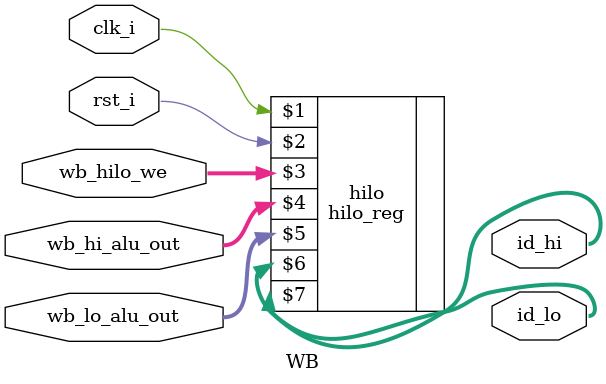
<source format=sv>
`timescale 1ns / 1ps

`include "defines.vh"

module WB(
    input  logic        clk_i,
    input  logic        rst_i,

    // hilo
    input  logic [1:0]  wb_hilo_we,

	input  logic [31:0] wb_hi_alu_out,
	input  logic [31:0] wb_lo_alu_out,

	output logic [31:0] id_hi,
	output logic [31:0] id_lo

);
    // wb stage
	hilo_reg hilo(
		clk_i,
		rst_i,
		wb_hilo_we,
		wb_hi_alu_out,
		wb_lo_alu_out,
		id_hi,
		id_lo
	);

endmodule
</source>
